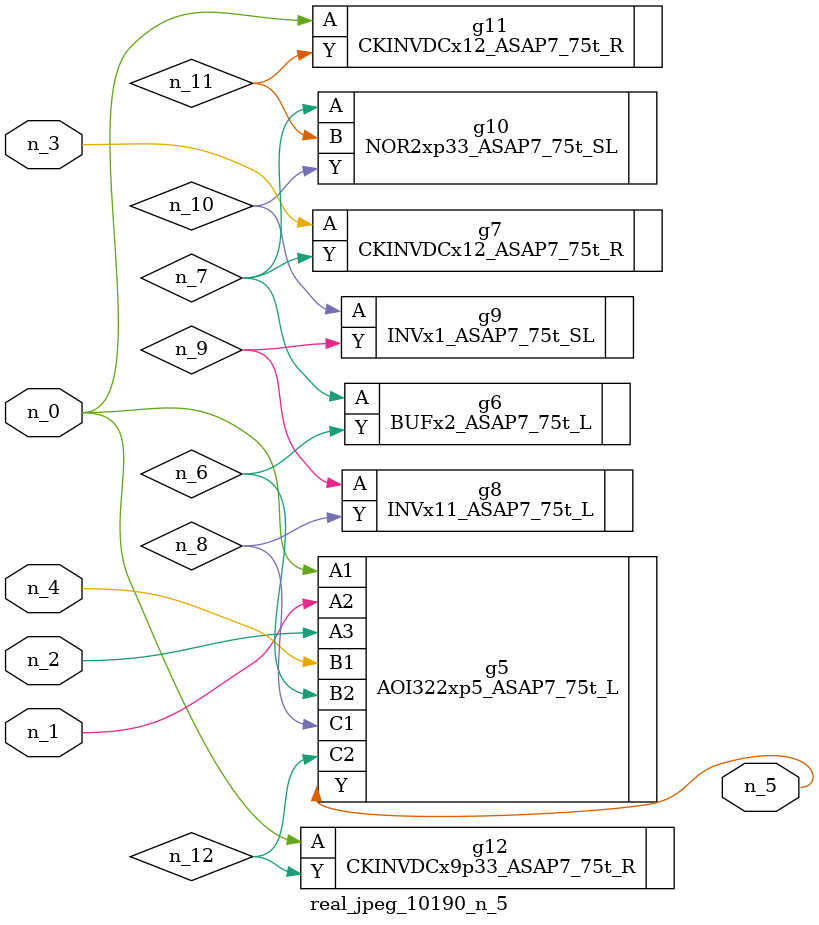
<source format=v>
module real_jpeg_10190_n_5 (n_4, n_0, n_1, n_2, n_3, n_5);

input n_4;
input n_0;
input n_1;
input n_2;
input n_3;

output n_5;

wire n_12;
wire n_8;
wire n_11;
wire n_6;
wire n_7;
wire n_10;
wire n_9;

AOI322xp5_ASAP7_75t_L g5 ( 
.A1(n_0),
.A2(n_1),
.A3(n_2),
.B1(n_4),
.B2(n_6),
.C1(n_8),
.C2(n_12),
.Y(n_5)
);

CKINVDCx12_ASAP7_75t_R g11 ( 
.A(n_0),
.Y(n_11)
);

CKINVDCx9p33_ASAP7_75t_R g12 ( 
.A(n_0),
.Y(n_12)
);

CKINVDCx12_ASAP7_75t_R g7 ( 
.A(n_3),
.Y(n_7)
);

BUFx2_ASAP7_75t_L g6 ( 
.A(n_7),
.Y(n_6)
);

NOR2xp33_ASAP7_75t_SL g10 ( 
.A(n_7),
.B(n_11),
.Y(n_10)
);

INVx11_ASAP7_75t_L g8 ( 
.A(n_9),
.Y(n_8)
);

INVx1_ASAP7_75t_SL g9 ( 
.A(n_10),
.Y(n_9)
);


endmodule
</source>
